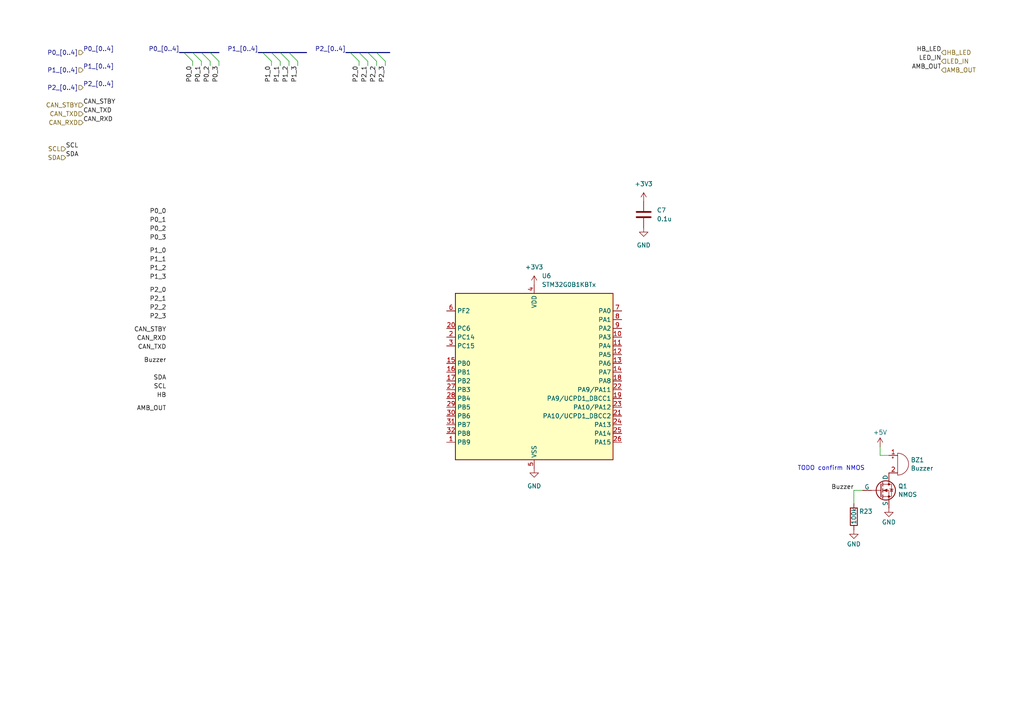
<source format=kicad_sch>
(kicad_sch (version 20231120) (generator "eeschema") (generator_version "8.0")
  (paper "A4")
  (lib_symbols
    (symbol "Device:Buzzer" (pin_names (offset 0.0254) hide)
      (property "Reference" "BZ" (at 3.81 1.27 0))
      (property "Value" "Buzzer" (at 3.81 -1.27 0))
      (symbol "Buzzer_0_1"
        (arc (start 0 -3.175) (mid 3.1612 0) (end 0 3.175))
        (polyline (pts (xy -1.651 1.905) (xy -1.143 1.905)))
        (polyline (pts (xy -1.397 2.159) (xy -1.397 1.651)))
        (polyline (pts (xy 0 3.175) (xy 0 -3.175)))
      )
      (symbol "Buzzer_1_1"
        (pin passive line (at -2.54 2.54 0) (length 2.54) (name "+") (number "1"))
        (pin passive line (at -2.54 -2.54 0) (length 2.54) (name "-") (number "2"))
      )
    )
    (symbol "Device:C" (pin_numbers hide) (pin_names (offset 0.254))
      (property "Reference" "C" (at 0.635 2.54 0))
      (property "Value" "C" (at 0.635 -2.54 0))
      (symbol "C_0_1"
        (polyline (pts (xy -2.032 -0.762) (xy 2.032 -0.762)) (stroke (width 0.508)))
        (polyline (pts (xy -2.032 0.762) (xy 2.032 0.762)) (stroke (width 0.508)))
      )
      (symbol "C_1_1"
        (pin passive line (at 0 3.81 270) (length 2.794) (name "~") (number "1"))
        (pin passive line (at 0 -3.81 90) (length 2.794) (name "~") (number "2"))
      )
    )
    (symbol "Device:R" (pin_numbers hide) (pin_names (offset 0))
      (property "Reference" "R" (at 2.032 0 90))
      (property "Value" "R" (at 0 0 90))
      (symbol "R_0_1"
        (rectangle (start -1.016 -2.54) (end 1.016 2.54) (stroke (width 0.254)))
      )
      (symbol "R_1_1"
        (pin passive line (at 0 3.81 270) (length 1.27) (name "~") (number "1"))
        (pin passive line (at 0 -3.81 90) (length 1.27) (name "~") (number "2"))
      )
    )
    (symbol "MCU_ST_STM32G0:STM32G0B1KBTx"
      (property "Reference" "U" (at -22.86 26.67 0))
      (property "Value" "STM32G0B1KBTx" (at 2.54 26.67 0))
      (symbol "STM32G0B1KBTx_0_1"
        (rectangle (start -22.86 -22.86) (end 22.86 25.4) (stroke (width 0.254)) (fill (type background)))
      )
      (symbol "STM32G0B1KBTx_1_1"
        (pin bidirectional line (at -25.4 -17.78 0) (length 2.54) (name "PB9") (number "1"))
        (pin bidirectional line (at 25.4 12.7 180) (length 2.54) (name "PA3") (number "10"))
        (pin bidirectional line (at 25.4 10.16 180) (length 2.54) (name "PA4") (number "11"))
        (pin bidirectional line (at 25.4 7.62 180) (length 2.54) (name "PA5") (number "12"))
        (pin bidirectional line (at 25.4 5.08 180) (length 2.54) (name "PA6") (number "13"))
        (pin bidirectional line (at 25.4 2.54 180) (length 2.54) (name "PA7") (number "14"))
        (pin bidirectional line (at -25.4 5.08 0) (length 2.54) (name "PB0") (number "15"))
        (pin bidirectional line (at -25.4 2.54 0) (length 2.54) (name "PB1") (number "16"))
        (pin bidirectional line (at -25.4 0 0) (length 2.54) (name "PB2") (number "17"))
        (pin bidirectional line (at 25.4 0 180) (length 2.54) (name "PA8") (number "18"))
        (pin bidirectional line (at 25.4 -5.08 180) (length 2.54) (name "PA9/UCPD1_DBCC1") (number "19"))
        (pin bidirectional line (at -25.4 12.7 0) (length 2.54) (name "PC14") (number "2"))
        (pin bidirectional line (at -25.4 15.24 0) (length 2.54) (name "PC6") (number "20"))
        (pin bidirectional line (at 25.4 -10.16 180) (length 2.54) (name "PA10/UCPD1_DBCC2") (number "21"))
        (pin bidirectional line (at 25.4 -2.54 180) (length 2.54) (name "PA9/PA11") (number "22"))
        (pin bidirectional line (at 25.4 -7.62 180) (length 2.54) (name "PA10/PA12") (number "23"))
        (pin bidirectional line (at 25.4 -12.7 180) (length 2.54) (name "PA13") (number "24"))
        (pin bidirectional line (at 25.4 -15.24 180) (length 2.54) (name "PA14") (number "25"))
        (pin bidirectional line (at 25.4 -17.78 180) (length 2.54) (name "PA15") (number "26"))
        (pin bidirectional line (at -25.4 -2.54 0) (length 2.54) (name "PB3") (number "27"))
        (pin bidirectional line (at -25.4 -5.08 0) (length 2.54) (name "PB4") (number "28"))
        (pin bidirectional line (at -25.4 -7.62 0) (length 2.54) (name "PB5") (number "29"))
        (pin bidirectional line (at -25.4 10.16 0) (length 2.54) (name "PC15") (number "3"))
        (pin bidirectional line (at -25.4 -10.16 0) (length 2.54) (name "PB6") (number "30"))
        (pin bidirectional line (at -25.4 -12.7 0) (length 2.54) (name "PB7") (number "31"))
        (pin bidirectional line (at -25.4 -15.24 0) (length 2.54) (name "PB8") (number "32"))
        (pin power_in line (at 0 27.94 270) (length 2.54) (name "VDD") (number "4"))
        (pin power_in line (at 0 -25.4 90) (length 2.54) (name "VSS") (number "5"))
        (pin bidirectional line (at -25.4 20.32 0) (length 2.54) (name "PF2") (number "6"))
        (pin bidirectional line (at 25.4 20.32 180) (length 2.54) (name "PA0") (number "7"))
        (pin bidirectional line (at 25.4 17.78 180) (length 2.54) (name "PA1") (number "8"))
        (pin bidirectional line (at 25.4 15.24 180) (length 2.54) (name "PA2") (number "9"))
      )
    )
    (symbol "Simulation_SPICE:NMOS" (pin_numbers hide) (pin_names (offset 0))
      (property "Reference" "Q" (at 5.08 1.27 0))
      (property "Value" "NMOS" (at 5.08 -1.27 0))
      (symbol "NMOS_0_1"
        (polyline (pts (xy 0.254 0) (xy -2.54 0)))
        (polyline (pts (xy 0.254 1.905) (xy 0.254 -1.905)) (stroke (width 0.254)))
        (polyline (pts (xy 0.762 -1.27) (xy 0.762 -2.286)) (stroke (width 0.254)))
        (polyline (pts (xy 0.762 0.508) (xy 0.762 -0.508)) (stroke (width 0.254)))
        (polyline (pts (xy 0.762 2.286) (xy 0.762 1.27)) (stroke (width 0.254)))
        (polyline (pts (xy 2.54 2.54) (xy 2.54 1.778)))
        (polyline (pts (xy 2.54 -2.54) (xy 2.54 0) (xy 0.762 0)))
        (polyline (pts (xy 0.762 -1.778) (xy 3.302 -1.778) (xy 3.302 1.778) (xy 0.762 1.778)))
        (polyline (pts (xy 1.016 0) (xy 2.032 0.381) (xy 2.032 -0.381) (xy 1.016 0)) (fill (type outline)))
        (polyline (pts (xy 2.794 0.508) (xy 2.921 0.381) (xy 3.683 0.381) (xy 3.81 0.254)))
        (polyline (pts (xy 3.302 0.381) (xy 2.921 -0.254) (xy 3.683 -0.254) (xy 3.302 0.381)))
        (circle (center 1.651 0) (radius 2.794) (stroke (width 0.254)))
        (circle (center 2.54 -1.778) (radius 0.254) (fill (type outline)))
        (circle (center 2.54 1.778) (radius 0.254) (fill (type outline)))
      )
      (symbol "NMOS_1_1"
        (pin passive line (at 2.54 5.08 270) (length 2.54) (name "D") (number "1"))
        (pin input line (at -5.08 0 0) (length 2.54) (name "G") (number "2"))
        (pin passive line (at 2.54 -5.08 90) (length 2.54) (name "S") (number "3"))
      )
    )
    (symbol "power:+3V3" (power) (pin_numbers hide) (pin_names (offset 0) hide)
      (property "Value" "+3V3" (at 0 3.556 0))
      (symbol "+3V3_0_1"
        (polyline (pts (xy -0.762 1.27) (xy 0 2.54)))
        (polyline (pts (xy 0 0) (xy 0 2.54)))
        (polyline (pts (xy 0 2.54) (xy 0.762 1.27)))
      )
      (symbol "+3V3_1_1"
        (pin power_in line (at 0 0 90) (length 0) (name "~") (number "1"))
      )
    )
    (symbol "power:+5V" (power) (pin_numbers hide) (pin_names (offset 0) hide)
      (property "Value" "+5V" (at 0 3.556 0))
      (symbol "+5V_0_1"
        (polyline (pts (xy -0.762 1.27) (xy 0 2.54)))
        (polyline (pts (xy 0 0) (xy 0 2.54)))
        (polyline (pts (xy 0 2.54) (xy 0.762 1.27)))
      )
      (symbol "+5V_1_1"
        (pin power_in line (at 0 0 90) (length 0) (name "~") (number "1"))
      )
    )
    (symbol "power:GND" (power) (pin_numbers hide) (pin_names (offset 0) hide)
      (property "Value" "GND" (at 0 -3.81 0))
      (symbol "GND_0_1"
        (polyline (pts (xy 0 0) (xy 0 -1.27) (xy 1.27 -1.27) (xy 0 -2.54) (xy -1.27 -1.27) (xy 0 -1.27)))
      )
      (symbol "GND_1_1"
        (pin power_in line (at 0 0 270) (length 0) (name "~") (number "1"))
      )
    )
  )
  (bus_entry (at 53.34 15.24) (size 2.54 2.54))
  (bus_entry (at 60.96 15.24) (size 2.54 2.54))
  (bus_entry (at 83.82 15.24) (size 2.54 2.54))
  (bus_entry (at 101.6 15.24) (size 2.54 2.54))
  (bus_entry (at 106.68 15.24) (size 2.54 2.54))
  (bus_entry (at 109.22 15.24) (size 2.54 2.54))
  (bus_entry (at 78.74 15.24) (size 2.54 2.54))
  (bus_entry (at 76.2 15.24) (size 2.54 2.54))
  (bus_entry (at 58.42 15.24) (size 2.54 2.54))
  (bus_entry (at 81.28 15.24) (size 2.54 2.54))
  (bus_entry (at 104.14 15.24) (size 2.54 2.54))
  (bus_entry (at 55.88 15.24) (size 2.54 2.54))
  (wire (pts (xy 63.5 17.78) (xy 63.5 19.05)))
  (wire (pts (xy 55.88 17.78) (xy 55.88 19.05)))
  (wire (pts (xy 247.65 146.05) (xy 247.65 142.24)))
  (bus (pts (xy 81.28 15.24) (xy 83.82 15.24)))
  (wire (pts (xy 78.74 17.78) (xy 78.74 19.05)))
  (bus (pts (xy 55.88 15.24) (xy 58.42 15.24)))
  (wire (pts (xy 104.14 17.78) (xy 104.14 19.05)))
  (wire (pts (xy 255.27 132.08) (xy 257.81 132.08)))
  (wire (pts (xy 109.22 17.78) (xy 109.22 19.05)))
  (bus (pts (xy 53.34 15.24) (xy 55.88 15.24)))
  (bus (pts (xy 101.6 15.24) (xy 104.14 15.24)))
  (wire (pts (xy 86.36 17.78) (xy 86.36 19.05)))
  (bus (pts (xy 76.2 15.24) (xy 78.74 15.24)))
  (bus (pts (xy 74.93 15.24) (xy 76.2 15.24)))
  (bus (pts (xy 78.74 15.24) (xy 81.28 15.24)))
  (wire (pts (xy 81.28 17.78) (xy 81.28 19.05)))
  (bus (pts (xy 60.96 15.24) (xy 63.5 15.24)))
  (wire (pts (xy 111.76 17.78) (xy 111.76 19.05)))
  (wire (pts (xy 58.42 17.78) (xy 58.42 19.05)))
  (wire (pts (xy 255.27 129.54) (xy 255.27 132.08)))
  (bus (pts (xy 106.68 15.24) (xy 109.22 15.24)))
  (bus (pts (xy 58.42 15.24) (xy 60.96 15.24)))
  (bus (pts (xy 100.33 15.24) (xy 101.6 15.24)))
  (bus (pts (xy 52.07 15.24) (xy 53.34 15.24)))
  (bus (pts (xy 104.14 15.24) (xy 106.68 15.24)))
  (wire (pts (xy 247.65 142.24) (xy 250.19 142.24)))
  (bus (pts (xy 83.82 15.24) (xy 88.9 15.24)))
  (wire (pts (xy 106.68 17.78) (xy 106.68 19.05)))
  (wire (pts (xy 60.96 17.78) (xy 60.96 19.05)))
  (wire (pts (xy 83.82 17.78) (xy 83.82 19.05)))
  (bus (pts (xy 109.22 15.24) (xy 113.03 15.24)))
  (text "TODO confirm NMOS " (at 241.554 135.89 0) (effects (font (size 1.27 1.27))))
  (label "P1_3" (at 48.26 81.28 180))
  (label "Buzzer" (at 48.26 105.41 180))
  (label "P2_2" (at 109.22 19.05 270))
  (label "P1_0" (at 78.74 19.05 270))
  (label "P2_[0..4]" (at 24.13 25.4 0))
  (label "P0_3" (at 48.26 69.85 180))
  (label "P1_2" (at 48.26 78.74 180))
  (label "CAN_TXD" (at 24.13 33.02 0))
  (label "SCL" (at 48.26 113.03 180))
  (label "P1_0" (at 48.26 73.66 180))
  (label "Buzzer" (at 247.65 142.24 180))
  (label "SCL" (at 19.05 43.18 0))
  (label "P1_[0..4]" (at 74.93 15.24 180))
  (label "P2_1" (at 106.68 19.05 270))
  (label "P0_0" (at 55.88 19.05 270))
  (label "SDA" (at 48.26 110.49 180))
  (label "P2_2" (at 48.26 90.17 180))
  (label "P0_3" (at 63.5 19.05 270))
  (label "P0_1" (at 58.42 19.05 270))
  (label "P1_3" (at 86.36 19.05 270))
  (label "LED_IN" (at 273.05 17.78 180))
  (label "P1_1" (at 81.28 19.05 270))
  (label "CAN_STBY" (at 48.26 96.52 180))
  (label "P0_[0..4]" (at 52.07 15.24 180))
  (label "P1_1" (at 48.26 76.2 180))
  (label "P2_3" (at 111.76 19.05 270))
  (label "P0_[0..4]" (at 24.13 15.24 0))
  (label "P2_3" (at 48.26 92.71 180))
  (label "P2_[0..4]" (at 100.33 15.24 180))
  (label "P0_2" (at 60.96 19.05 270))
  (label "HB_LED" (at 273.05 15.24 180))
  (label "P0_2" (at 48.26 67.31 180))
  (label "P2_1" (at 48.26 87.63 180))
  (label "CAN_RXD" (at 24.13 35.56 0))
  (label "AMB_OUT" (at 48.26 119.38 180))
  (label "P0_0" (at 48.26 62.23 180))
  (label "P2_0" (at 104.14 19.05 270))
  (label "CAN_RXD" (at 48.26 99.06 180))
  (label "P0_1" (at 48.26 64.77 180))
  (label "P1_[0..4]" (at 24.13 20.32 0))
  (label "CAN_TXD" (at 48.26 101.6 180))
  (label "SDA" (at 19.05 45.72 0))
  (label "P2_0" (at 48.26 85.09 180))
  (label "CAN_STBY" (at 24.13 30.48 0))
  (label "AMB_OUT" (at 273.05 20.32 180))
  (label "P1_2" (at 83.82 19.05 270))
  (label "HB" (at 48.26 115.57 180))
  (hierarchical_label "P1_[0..4]" (shape input) (at 24.13 20.32 180))
  (hierarchical_label "LED_IN" (shape input) (at 273.05 17.78 0))
  (hierarchical_label "CAN_RXD" (shape input) (at 24.13 35.56 180))
  (hierarchical_label "AMB_OUT" (shape input) (at 273.05 20.32 0))
  (hierarchical_label "P2_[0..4]" (shape input) (at 24.13 25.4 180))
  (hierarchical_label "SCL" (shape input) (at 19.05 43.18 180))
  (hierarchical_label "CAN_STBY" (shape input) (at 24.13 30.48 180))
  (hierarchical_label "P0_[0..4]" (shape input) (at 24.13 15.24 180))
  (hierarchical_label "CAN_TXD" (shape input) (at 24.13 33.02 180))
  (hierarchical_label "HB_LED" (shape input) (at 273.05 15.24 0))
  (hierarchical_label "SDA" (shape input) (at 19.05 45.72 180))
  (symbol (lib_id "power:GND") (at 247.65 153.67 0) (unit 1)
    (property "Reference" "#PWR042" (effects (hide yes)))
    (property "Value" "GND" (at 247.65 157.8031 0))
    (property "Description" "Power symbol creates a global label with name \"GND\" , ground" (effects (hide yes)))
  )
  (symbol (lib_id "MCU_ST_STM32G0:STM32G0B1KBTx") (at 154.94 110.49 0) (unit 1)
    (property "Reference" "U6" (at 157.1341 80.01 0) (effects (justify left)))
    (property "Value" "STM32G0B1KBTx" (at 157.1341 82.55 0) (effects (justify left)))
    (property "Footprint" "Package_QFP:LQFP-32_7x7mm_P0.8mm" (effects (hide yes)))
    (property "Datasheet" "https://www.st.com/resource/en/datasheet/stm32g0b1kb.pdf" (effects (hide yes)))
    (property "Description" "STMicroelectronics Arm Cortex-M0+ MCU, 128KB flash, 144KB RAM, 64 MHz, 1.7-3.6V, 30 GPIO, LQFP32" (effects (hide yes)))
  )
  (symbol (lib_id "Simulation_SPICE:NMOS") (at 255.27 142.24 0) (unit 1)
    (property "Reference" "Q1" (at 260.477 141.0278 0) (effects (justify left)))
    (property "Value" "NMOS" (at 260.477 143.4521 0) (effects (justify left)))
    (property "Footprint" "Library:SC-59_Handsoldering" (effects (hide yes)))
    (property "Datasheet" "https://ngspice.sourceforge.io/docs/ngspice-html-manual/manual.xhtml#cha_MOSFETs" (effects (hide yes)))
    (property "Description" "BSS138-7-F" (effects (hide yes)))
    (property "Sim.Device" "NMOS" (effects (hide yes)))
    (property "Sim.Type" "VDMOS" (effects (hide yes)))
    (property "Sim.Pins" "1=D 2=G 3=S" (effects (hide yes)))
  )
  (symbol (lib_id "power:GND") (at 257.81 147.32 0) (unit 1)
    (property "Reference" "#PWR041" (effects (hide yes)))
    (property "Value" "GND" (at 257.81 151.4531 0))
    (property "Description" "Power symbol creates a global label with name \"GND\" , ground" (effects (hide yes)))
  )
  (symbol (lib_id "Device:R") (at 247.65 149.86 0) (unit 1)
    (property "Reference" "R23" (at 249.174 148.336 0) (effects (justify left)))
    (property "Value" "100k" (at 247.65 152.146 90) (effects (justify left)))
    (property "Footprint" "Resistor_SMD:R_0402_1005Metric_Pad0.72x0.64mm_HandSolder" (effects (hide yes)))
    (property "Description" "Resistor" (effects (hide yes)))
  )
  (symbol (lib_id "power:+3V3") (at 154.94 82.55 0) (unit 1)
    (property "Reference" "#PWR052" (effects (hide yes)))
    (property "Value" "+3V3" (at 154.94 77.47 0))
    (property "Description" "Power symbol creates a global label with name \"+3V3\"" (effects (hide yes)))
  )
  (symbol (lib_id "Device:C") (at 186.69 62.23 0) (unit 1)
    (property "Reference" "C7" (at 190.5 60.9599 0) (effects (justify left)))
    (property "Value" "0.1u" (at 190.5 63.4999 0) (effects (justify left)))
    (property "Footprint" "Capacitor_SMD:C_0402_1005Metric_Pad0.74x0.62mm_HandSolder" (effects (hide yes)))
    (property "Description" "Unpolarized capacitor" (effects (hide yes)))
  )
  (symbol (lib_id "power:GND") (at 186.69 66.04 0) (unit 1)
    (property "Reference" "#PWR051" (effects (hide yes)))
    (property "Value" "GND" (at 186.69 71.12 0))
    (property "Description" "Power symbol creates a global label with name \"GND\" , ground" (effects (hide yes)))
  )
  (symbol (lib_id "power:+3V3") (at 186.69 58.42 0) (unit 1)
    (property "Reference" "#PWR050" (effects (hide yes)))
    (property "Value" "+3V3" (at 186.69 53.34 0))
    (property "Description" "Power symbol creates a global label with name \"+3V3\"" (effects (hide yes)))
  )
  (symbol (lib_id "power:GND") (at 154.94 135.89 0) (unit 1)
    (property "Reference" "#PWR053" (effects (hide yes)))
    (property "Value" "GND" (at 154.94 140.97 0))
    (property "Description" "Power symbol creates a global label with name \"GND\" , ground" (effects (hide yes)))
  )
  (symbol (lib_id "Device:Buzzer") (at 260.35 134.62 0) (unit 1)
    (property "Reference" "BZ1" (at 264.1462 133.4078 0) (effects (justify left)))
    (property "Value" "Buzzer" (at 264.1462 135.8321 0) (effects (justify left)))
    (property "Footprint" "Library:CEM-1205-IC" (effects (hide yes)))
    (property "Description" "CEM-1205-IC" (effects (hide yes)))
  )
  (symbol (lib_id "power:+5V") (at 255.27 129.54 0) (unit 1)
    (property "Reference" "#PWR040" (effects (hide yes)))
    (property "Value" "+5V" (at 255.27 125.4069 0))
    (property "Description" "Power symbol creates a global label with name \"+5V\"" (effects (hide yes)))
  )
)
</source>
